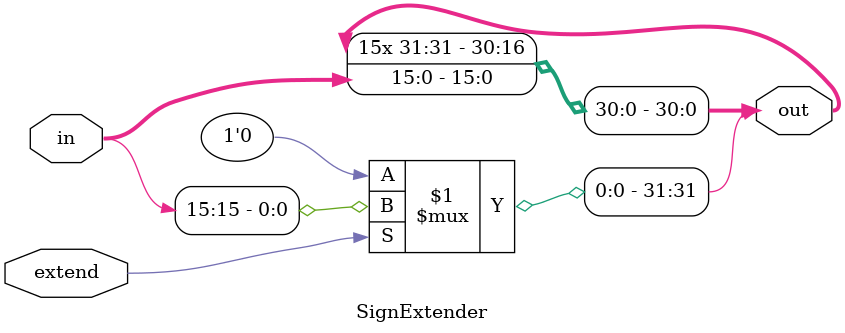
<source format=v>
`define EXTEND_LEN (OUT_LEN - IN_LEN)

module SignExtender(in, out, extend);
parameter IN_LEN = 16;
parameter OUT_LEN = 32;



input  [IN_LEN - 1 : 0] in;
input extend;
output [OUT_LEN - 1 : 0] out;


assign out = { { `EXTEND_LEN { extend ? in[IN_LEN - 1] : 1'b0} }, in[IN_LEN - 1: 0] };







endmodule

</source>
